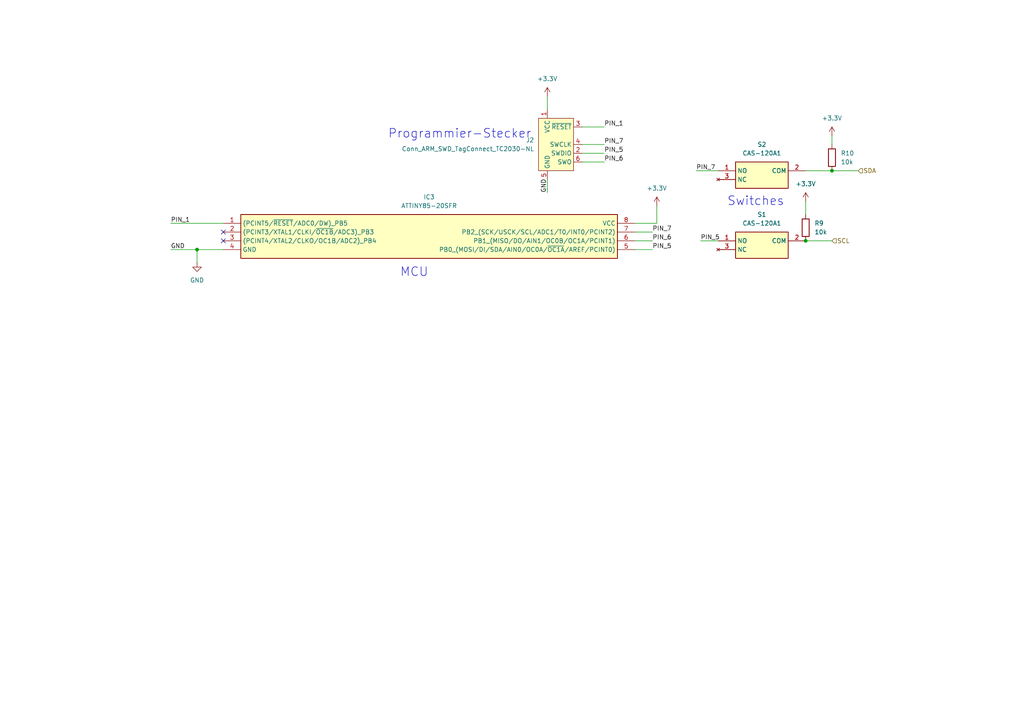
<source format=kicad_sch>
(kicad_sch (version 20250114) (generator "eeschema") (generator_version "9.0")
  (paper "A4")
  (lib_symbols
    (symbol "ATTINY85-20SFR:ATTINY85-20SFR"
      (property "Reference" "IC" (at 115.57 7.62 0))
      (property "Value" "ATTINY85-20SFR" (at 115.57 5.08 0))
      (symbol "ATTINY85-20SFR_1_1"
        (rectangle (start 5.08 2.54) (end 114.3 -10.16) (stroke (width 0.254)) (fill (type background)))
        (pin passive line (at 0 0 0) (length 5.08) (name "(PCINT5/~{RESET}/ADC0/DW)_PB5") (number "1"))
        (pin passive line (at 0 -2.54 0) (length 5.08) (name "(PCINT3/XTAL1/CLKI/~{OC1B}/ADC3)_PB3") (number "2"))
        (pin passive line (at 0 -5.08 0) (length 5.08) (name "(PCINT4/XTAL2/CLKO/OC1B/ADC2)_PB4") (number "3"))
        (pin passive line (at 0 -7.62 0) (length 5.08) (name "GND") (number "4"))
        (pin passive line (at 119.38 0 180) (length 5.08) (name "VCC") (number "8"))
        (pin passive line (at 119.38 -2.54 180) (length 5.08) (name "PB2_(SCK/USCK/SCL/ADC1/T0/INT0/PCINT2)") (number "7"))
        (pin passive line (at 119.38 -5.08 180) (length 5.08) (name "PB1_(MISO/DO/AIN1/OC0B/OC1A/PCINT1)") (number "6"))
        (pin passive line (at 119.38 -7.62 180) (length 5.08) (name "PB0_(MOSI/DI/SDA/AIN0/OC0A/~{OC1A}/AREF/PCINT0)") (number "5"))
      )
    )
    (symbol "CAS-120A1:CAS-120A1"
      (property "Reference" "S" (at 21.59 7.62 0))
      (property "Value" "CAS-120A1" (at 21.59 5.08 0))
      (symbol "CAS-120A1_1_1"
        (rectangle (start 5.08 2.54) (end 20.32 -5.08) (stroke (width 0.254)) (fill (type background)))
        (pin passive line (at 0 0 0) (length 5.08) (name "NO") (number "1"))
        (pin no_connect line (at 0 -2.54 0) (length 5.08) (name "NC") (number "3"))
        (pin passive line (at 25.4 0 180) (length 5.08) (name "COM") (number "2"))
      )
    )
    (symbol "Connector:Conn_ARM_SWD_TagConnect_TC2030-NL" (in_bom no)
      (property "Reference" "J" (at 2.54 11.43 0))
      (property "Value" "Conn_ARM_SWD_TagConnect_TC2030-NL" (at 2.54 8.89 0))
      (symbol "Conn_ARM_SWD_TagConnect_TC2030-NL_0_0"
        (pin power_in line (at -2.54 10.16 270) (length 2.54) (name "VCC") (number "1"))
        (pin power_in line (at -2.54 -10.16 90) (length 2.54) (name "GND") (number "5"))
        (pin open_collector line (at 7.62 5.08 180) (length 2.54) (name "~{RESET}") (number "3"))
        (pin output line (at 7.62 0 180) (length 2.54) (name "SWCLK") (number "4"))
        (pin bidirectional line (at 7.62 -2.54 180) (length 2.54) (name "SWDIO") (number "2"))
        (pin input line (at 7.62 -5.08 180) (length 2.54) (name "SWO") (number "6"))
      )
      (symbol "Conn_ARM_SWD_TagConnect_TC2030-NL_0_1"
        (rectangle (start -5.08 7.62) (end 5.08 -7.62) (fill (type background)))
      )
    )
    (symbol "Device:R" (pin_numbers (hide yes)) (pin_names (offset 0))
      (property "Reference" "R" (at 2.032 0 90))
      (property "Value" "R" (at 0 0 90))
      (symbol "R_0_1"
        (rectangle (start -1.016 -2.54) (end 1.016 2.54) (stroke (width 0.254)))
      )
      (symbol "R_1_1"
        (pin passive line (at 0 3.81 270) (length 1.27) (name "~") (number "1"))
        (pin passive line (at 0 -3.81 90) (length 1.27) (name "~") (number "2"))
      )
    )
    (symbol "power:+3.3V" (power) (pin_numbers (hide yes)) (pin_names (offset 0) (hide yes))
      (property "Value" "+3.3V" (at 0 3.556 0))
      (symbol "+3.3V_0_1"
        (polyline (pts (xy -0.762 1.27) (xy 0 2.54)))
        (polyline (pts (xy 0 2.54) (xy 0.762 1.27)))
        (polyline (pts (xy 0 0) (xy 0 2.54)))
      )
      (symbol "+3.3V_1_1"
        (pin power_in line (at 0 0 90) (length 0) (name "~") (number "1"))
      )
    )
    (symbol "power:GND" (power) (pin_numbers (hide yes)) (pin_names (offset 0) (hide yes))
      (property "Value" "GND" (at 0 -3.81 0))
      (symbol "GND_0_1"
        (polyline (pts (xy 0 0) (xy 0 -1.27) (xy 1.27 -1.27) (xy 0 -2.54) (xy -1.27 -1.27) (xy 0 -1.27)))
      )
      (symbol "GND_1_1"
        (pin power_in line (at 0 0 270) (length 0) (name "~") (number "1"))
      )
    )
  )
  (text "Switches" (at 219.202 58.42 0) (effects (font (size 2.54 2.54))))
  (text "Programmier-Stecker" (at 133.35 38.862 0) (effects (font (size 2.54 2.54))))
  (text "MCU" (at 120.142 78.994 0) (effects (font (size 2.54 2.54))))
  (junction (at 233.68 69.85))
  (junction (at 57.15 72.39))
  (junction (at 241.3 49.53))
  (no_connect (at 64.77 67.31))
  (no_connect (at 64.77 69.85))
  (wire (pts (xy 201.93 49.53) (xy 208.28 49.53)))
  (wire (pts (xy 241.3 49.53) (xy 248.92 49.53)))
  (wire (pts (xy 49.53 72.39) (xy 57.15 72.39)))
  (wire (pts (xy 233.68 69.85) (xy 241.3 69.85)))
  (wire (pts (xy 184.15 72.39) (xy 189.23 72.39)))
  (wire (pts (xy 158.75 27.94) (xy 158.75 31.75)))
  (wire (pts (xy 168.91 36.83) (xy 175.26 36.83)))
  (wire (pts (xy 203.2 69.85) (xy 208.28 69.85)))
  (wire (pts (xy 233.68 58.42) (xy 233.68 62.23)))
  (wire (pts (xy 168.91 46.99) (xy 175.26 46.99)))
  (wire (pts (xy 158.75 55.88) (xy 158.75 52.07)))
  (wire (pts (xy 57.15 72.39) (xy 64.77 72.39)))
  (wire (pts (xy 168.91 41.91) (xy 175.26 41.91)))
  (wire (pts (xy 184.15 64.77) (xy 190.5 64.77)))
  (wire (pts (xy 168.91 44.45) (xy 175.26 44.45)))
  (wire (pts (xy 184.15 67.31) (xy 189.23 67.31)))
  (wire (pts (xy 57.15 72.39) (xy 57.15 76.2)))
  (wire (pts (xy 49.53 64.77) (xy 64.77 64.77)))
  (wire (pts (xy 241.3 39.37) (xy 241.3 41.91)))
  (wire (pts (xy 233.68 49.53) (xy 241.3 49.53)))
  (wire (pts (xy 184.15 69.85) (xy 189.23 69.85)))
  (wire (pts (xy 190.5 59.69) (xy 190.5 64.77)))
  (label "PIN_6" (at 189.23 69.85 0))
  (label "PIN_1" (at 175.26 36.83 0))
  (label "GND" (at 49.53 72.39 0))
  (label "GND" (at 158.75 55.88 90))
  (label "PIN_7" (at 201.93 49.53 0))
  (label "PIN_6" (at 175.26 46.99 0))
  (label "PIN_5" (at 175.26 44.45 0))
  (label "PIN_7" (at 189.23 67.31 0))
  (label "PIN_5" (at 189.23 72.39 0))
  (label "PIN_7" (at 175.26 41.91 0))
  (label "PIN_1" (at 49.53 64.77 0))
  (label "PIN_5" (at 203.2 69.85 0))
  (hierarchical_label "SDA" (shape input) (at 248.92 49.53 0))
  (hierarchical_label "SCL" (shape input) (at 241.3 69.85 0))
  (symbol (lib_id "power:GND") (at 57.15 76.2 0) (unit 1)
    (property "Reference" "#PWR041" (effects (hide yes)))
    (property "Value" "GND" (at 57.15 81.28 0))
    (property "Description" "Power symbol creates a global label with name \"GND\" , ground" (effects (hide yes)))
  )
  (symbol (lib_id "power:+3.3V") (at 233.68 58.42 0) (unit 1)
    (property "Reference" "#PWR043" (effects (hide yes)))
    (property "Value" "+3.3V" (at 233.68 53.34 0))
    (property "Description" "Power symbol creates a global label with name \"+3.3V\"" (effects (hide yes)))
  )
  (symbol (lib_id "power:+3.3V") (at 241.3 39.37 0) (unit 1)
    (property "Reference" "#PWR045" (effects (hide yes)))
    (property "Value" "+3.3V" (at 241.3 34.29 0))
    (property "Description" "Power symbol creates a global label with name \"+3.3V\"" (effects (hide yes)))
  )
  (symbol (lib_id "Device:R") (at 233.68 66.04 0) (unit 1)
    (property "Reference" "R9" (at 236.22 64.7699 0) (effects (justify left)))
    (property "Value" "10k" (at 236.22 67.3099 0) (effects (justify left)))
    (property "Footprint" "Resistor_SMD:R_0603_1608Metric" (effects (hide yes)))
    (property "Description" "Resistor" (effects (hide yes)))
  )
  (symbol (lib_id "ATTINY85-20SFR:ATTINY85-20SFR") (at 64.77 64.77 0) (unit 1)
    (property "Reference" "IC3" (at 124.46 57.15 0))
    (property "Value" "ATTINY85-20SFR" (at 124.46 59.69 0))
    (property "Footprint" "custom:SOIC127P798X216-8N" (effects (hide yes)))
    (property "Datasheet" "https://componentsearchengine.com/Datasheets/1/ATTINY85-20SFR.pdf" (effects (hide yes)))
    (property "Description" "8-bit Microcontrollers - MCU 4KB 256BADC 20MHZ GRN" (effects (hide yes)))
    (property "Height" "2.16" (effects (hide yes)))
    (property "Mouser Part Number" "556-ATTINY85-20SFR" (effects (hide yes)))
    (property "Mouser Price/Stock" "https://www.mouser.co.uk/ProductDetail/Microchip-Technology/ATTINY85-20SFR?qs=E2PpAYvlWVuiXni206aW5g%3D%3D" (effects (hide yes)))
    (property "Manufacturer_Name" "Microchip" (effects (hide yes)))
    (property "Manufacturer_Part_Number" "ATTINY85-20SFR" (effects (hide yes)))
  )
  (symbol (lib_id "power:+3.3V") (at 158.75 27.94 0) (unit 1)
    (property "Reference" "#PWR046" (effects (hide yes)))
    (property "Value" "+3.3V" (at 158.75 22.86 0))
    (property "Description" "Power symbol creates a global label with name \"+3.3V\"" (effects (hide yes)))
  )
  (symbol (lib_id "power:+3.3V") (at 190.5 59.69 0) (unit 1)
    (property "Reference" "#PWR047" (effects (hide yes)))
    (property "Value" "+3.3V" (at 190.5 54.61 0))
    (property "Description" "Power symbol creates a global label with name \"+3.3V\"" (effects (hide yes)))
  )
  (symbol (lib_id "Connector:Conn_ARM_SWD_TagConnect_TC2030-NL") (at 161.29 41.91 0) (unit 1) (in_bom no)
    (property "Reference" "J2" (at 154.94 40.6399 0) (effects (justify right)))
    (property "Value" "Conn_ARM_SWD_TagConnect_TC2030-NL" (at 154.94 43.1799 0) (effects (justify right)))
    (property "Footprint" "Connector:Tag-Connect_TC2030-IDC-NL_2x03_P1.27mm_Vertical" (effects (hide yes)))
    (property "Datasheet" "https://www.tag-connect.com/wp-content/uploads/bsk-pdf-manager/TC2030-CTX_1.pdf" (effects (hide yes)))
    (property "Description" "Tag-Connect ARM Cortex SWD JTAG connector, 6 pin, no legs" (effects (hide yes)))
  )
  (symbol (lib_id "Device:R") (at 241.3 45.72 0) (unit 1)
    (property "Reference" "R10" (at 243.84 44.4499 0) (effects (justify left)))
    (property "Value" "10k" (at 243.84 46.9899 0) (effects (justify left)))
    (property "Footprint" "Resistor_SMD:R_0603_1608Metric" (effects (hide yes)))
    (property "Description" "Resistor" (effects (hide yes)))
  )
  (symbol (lib_id "CAS-120A1:CAS-120A1") (at 208.28 49.53 0) (unit 1)
    (property "Reference" "S2" (at 220.98 41.91 0))
    (property "Value" "CAS-120A1" (at 220.98 44.45 0))
    (property "Footprint" "custom:CAS120A1" (effects (hide yes)))
    (property "Datasheet" "https://www.nidec-copal-electronics.com/e/catalog/switch/cas.pdf" (effects (hide yes)))
    (property "Description" "Surface Mount Slide Switch Single Pole Double Throw (SPDT) 100 (Non-Switching) mA, 100 (Switching) mA Slide" (effects (hide yes)))
    (property "Height" "2.5" (effects (hide yes)))
    (property "Mouser Part Number" "229-CAS-120A1" (effects (hide yes)))
    (property "Mouser Price/Stock" "https://www.mouser.co.uk/ProductDetail/Nidec-Components/CAS-120A1?qs=XeJtXLiO41SLHVe%252BE1BF5w%3D%3D" (effects (hide yes)))
    (property "Manufacturer_Name" "Nidec Copal" (effects (hide yes)))
    (property "Manufacturer_Part_Number" "CAS-120A1" (effects (hide yes)))
  )
  (symbol (lib_id "CAS-120A1:CAS-120A1") (at 208.28 69.85 0) (unit 1)
    (property "Reference" "S1" (at 220.98 62.23 0))
    (property "Value" "CAS-120A1" (at 220.98 64.77 0))
    (property "Footprint" "custom:CAS120A1" (effects (hide yes)))
    (property "Datasheet" "https://www.nidec-copal-electronics.com/e/catalog/switch/cas.pdf" (effects (hide yes)))
    (property "Description" "Surface Mount Slide Switch Single Pole Double Throw (SPDT) 100 (Non-Switching) mA, 100 (Switching) mA Slide" (effects (hide yes)))
    (property "Height" "2.5" (effects (hide yes)))
    (property "Mouser Part Number" "229-CAS-120A1" (effects (hide yes)))
    (property "Mouser Price/Stock" "https://www.mouser.co.uk/ProductDetail/Nidec-Components/CAS-120A1?qs=XeJtXLiO41SLHVe%252BE1BF5w%3D%3D" (effects (hide yes)))
    (property "Manufacturer_Name" "Nidec Copal" (effects (hide yes)))
    (property "Manufacturer_Part_Number" "CAS-120A1" (effects (hide yes)))
  )
)
</source>
